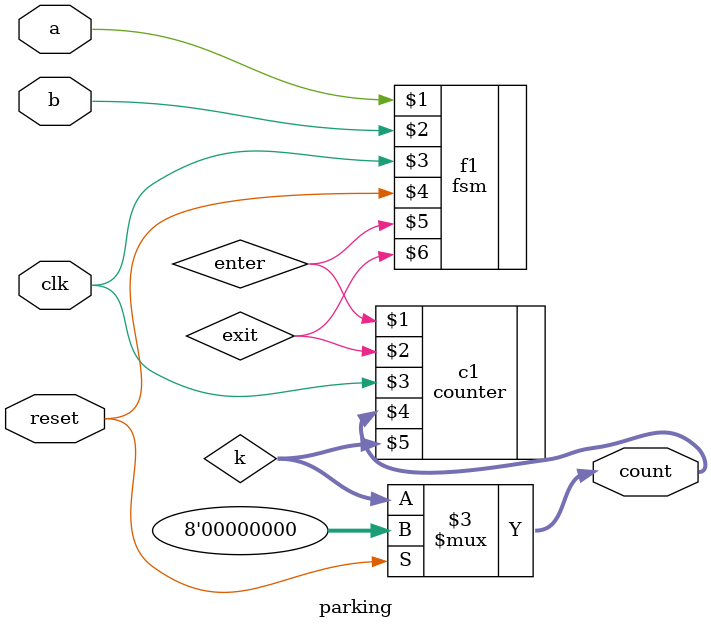
<source format=v>
`timescale 1ns / 1ps
module parking(input a,
               input b,
					input clk,
					input reset,
					output reg [7:0]count			
    );
	 wire enter;
	 wire exit;
	 wire [7:0]k;
	 
	 fsm f1(a,b,clk,reset,enter,exit);
	counter c1(enter,exit,clk,count,k);
  
    always@(enter or exit or  reset )
	     if(reset)
		    count=0;
		  else 
		     count=k;
 
endmodule
</source>
